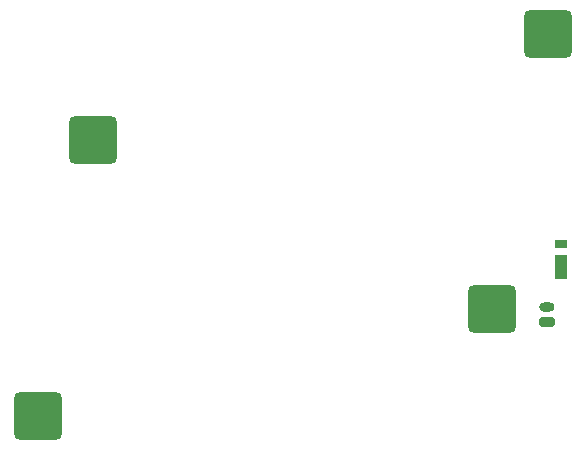
<source format=gbr>
%TF.GenerationSoftware,KiCad,Pcbnew,7.0.10*%
%TF.CreationDate,2024-04-17T22:45:22-04:00*%
%TF.ProjectId,pv1,7076312e-6b69-4636-9164-5f7063625858,rev?*%
%TF.SameCoordinates,Original*%
%TF.FileFunction,Soldermask,Top*%
%TF.FilePolarity,Negative*%
%FSLAX46Y46*%
G04 Gerber Fmt 4.6, Leading zero omitted, Abs format (unit mm)*
G04 Created by KiCad (PCBNEW 7.0.10) date 2024-04-17 22:45:22*
%MOMM*%
%LPD*%
G01*
G04 APERTURE LIST*
G04 Aperture macros list*
%AMRoundRect*
0 Rectangle with rounded corners*
0 $1 Rounding radius*
0 $2 $3 $4 $5 $6 $7 $8 $9 X,Y pos of 4 corners*
0 Add a 4 corners polygon primitive as box body*
4,1,4,$2,$3,$4,$5,$6,$7,$8,$9,$2,$3,0*
0 Add four circle primitives for the rounded corners*
1,1,$1+$1,$2,$3*
1,1,$1+$1,$4,$5*
1,1,$1+$1,$6,$7*
1,1,$1+$1,$8,$9*
0 Add four rect primitives between the rounded corners*
20,1,$1+$1,$2,$3,$4,$5,0*
20,1,$1+$1,$4,$5,$6,$7,0*
20,1,$1+$1,$6,$7,$8,$9,0*
20,1,$1+$1,$8,$9,$2,$3,0*%
G04 Aperture macros list end*
%ADD10RoundRect,0.400000X-1.600000X-1.600000X1.600000X-1.600000X1.600000X1.600000X-1.600000X1.600000X0*%
%ADD11R,1.100000X2.000000*%
%ADD12R,1.100000X0.800000*%
%ADD13RoundRect,0.200000X0.450000X-0.200000X0.450000X0.200000X-0.450000X0.200000X-0.450000X-0.200000X0*%
%ADD14O,1.300000X0.800000*%
G04 APERTURE END LIST*
D10*
%TO.C,PV1*%
X108100000Y-115600000D03*
X146600000Y-106600000D03*
%TD*%
D11*
%TO.C,D1*%
X147700000Y-126300000D03*
D12*
X147700000Y-124400000D03*
%TD*%
D10*
%TO.C,PV2*%
X103400000Y-138900000D03*
X141900000Y-129900000D03*
%TD*%
D13*
%TO.C,J1*%
X146500000Y-130975000D03*
D14*
X146500000Y-129725000D03*
%TD*%
M02*

</source>
